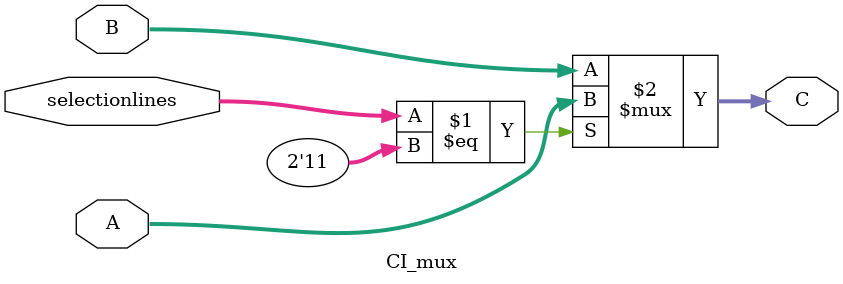
<source format=v>
    
    
    module CI_mux(       
                  input wire [1:0] selectionlines,
                   input[31:0] A , B, 
                   output [31:0]C );


                    assign C= (selectionlines==2'b11)?A:B;
    















endmodule
</source>
